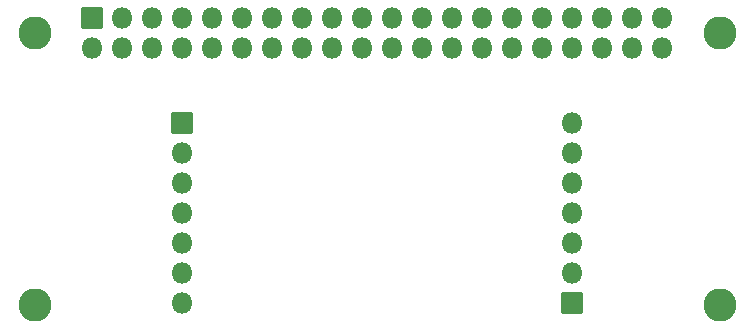
<source format=gbr>
G04 #@! TF.GenerationSoftware,KiCad,Pcbnew,(6.0.4)*
G04 #@! TF.CreationDate,2022-04-30T09:59:48+01:00*
G04 #@! TF.ProjectId,ANI_mirror_mask,414e495f-6d69-4727-926f-725f6d61736b,1.0*
G04 #@! TF.SameCoordinates,Original*
G04 #@! TF.FileFunction,Soldermask,Top*
G04 #@! TF.FilePolarity,Negative*
%FSLAX46Y46*%
G04 Gerber Fmt 4.6, Leading zero omitted, Abs format (unit mm)*
G04 Created by KiCad (PCBNEW (6.0.4)) date 2022-04-30 09:59:48*
%MOMM*%
%LPD*%
G01*
G04 APERTURE LIST*
G04 Aperture macros list*
%AMRoundRect*
0 Rectangle with rounded corners*
0 $1 Rounding radius*
0 $2 $3 $4 $5 $6 $7 $8 $9 X,Y pos of 4 corners*
0 Add a 4 corners polygon primitive as box body*
4,1,4,$2,$3,$4,$5,$6,$7,$8,$9,$2,$3,0*
0 Add four circle primitives for the rounded corners*
1,1,$1+$1,$2,$3*
1,1,$1+$1,$4,$5*
1,1,$1+$1,$6,$7*
1,1,$1+$1,$8,$9*
0 Add four rect primitives between the rounded corners*
20,1,$1+$1,$2,$3,$4,$5,0*
20,1,$1+$1,$4,$5,$6,$7,0*
20,1,$1+$1,$6,$7,$8,$9,0*
20,1,$1+$1,$8,$9,$2,$3,0*%
G04 Aperture macros list end*
%ADD10RoundRect,0.051000X-0.850000X-0.850000X0.850000X-0.850000X0.850000X0.850000X-0.850000X0.850000X0*%
%ADD11O,1.802000X1.802000*%
%ADD12C,2.802000*%
%ADD13RoundRect,0.051000X0.850000X0.850000X-0.850000X0.850000X-0.850000X-0.850000X0.850000X-0.850000X0*%
%ADD14RoundRect,0.051000X-0.850000X0.850000X-0.850000X-0.850000X0.850000X-0.850000X0.850000X0.850000X0*%
G04 APERTURE END LIST*
D10*
X133547000Y-102188000D03*
D11*
X133547000Y-104728000D03*
X133547000Y-107268000D03*
X133547000Y-109808000D03*
X133547000Y-112348000D03*
X133547000Y-114888000D03*
X133547000Y-117428000D03*
D12*
X121032000Y-94568000D03*
X179032000Y-94568000D03*
X179032000Y-117568000D03*
X121032000Y-117568000D03*
D11*
X166517000Y-102188000D03*
X166517000Y-104728000D03*
X166517000Y-107268000D03*
X166517000Y-109808000D03*
X166517000Y-112348000D03*
X166517000Y-114888000D03*
D13*
X166517000Y-117428000D03*
D14*
X125902000Y-93293000D03*
D11*
X125902000Y-95833000D03*
X128442000Y-93293000D03*
X128442000Y-95833000D03*
X130982000Y-93293000D03*
X130982000Y-95833000D03*
X133522000Y-93293000D03*
X133522000Y-95833000D03*
X136062000Y-93293000D03*
X136062000Y-95833000D03*
X138602000Y-93293000D03*
X138602000Y-95833000D03*
X141142000Y-93293000D03*
X141142000Y-95833000D03*
X143682000Y-93293000D03*
X143682000Y-95833000D03*
X146222000Y-93293000D03*
X146222000Y-95833000D03*
X148762000Y-93293000D03*
X148762000Y-95833000D03*
X151302000Y-93293000D03*
X151302000Y-95833000D03*
X153842000Y-93293000D03*
X153842000Y-95833000D03*
X156382000Y-93293000D03*
X156382000Y-95833000D03*
X158922000Y-93293000D03*
X158922000Y-95833000D03*
X161462000Y-93293000D03*
X161462000Y-95833000D03*
X164002000Y-93293000D03*
X164002000Y-95833000D03*
X166542000Y-93293000D03*
X166542000Y-95833000D03*
X169082000Y-93293000D03*
X169082000Y-95833000D03*
X171622000Y-93293000D03*
X171622000Y-95833000D03*
X174162000Y-93293000D03*
X174162000Y-95833000D03*
M02*

</source>
